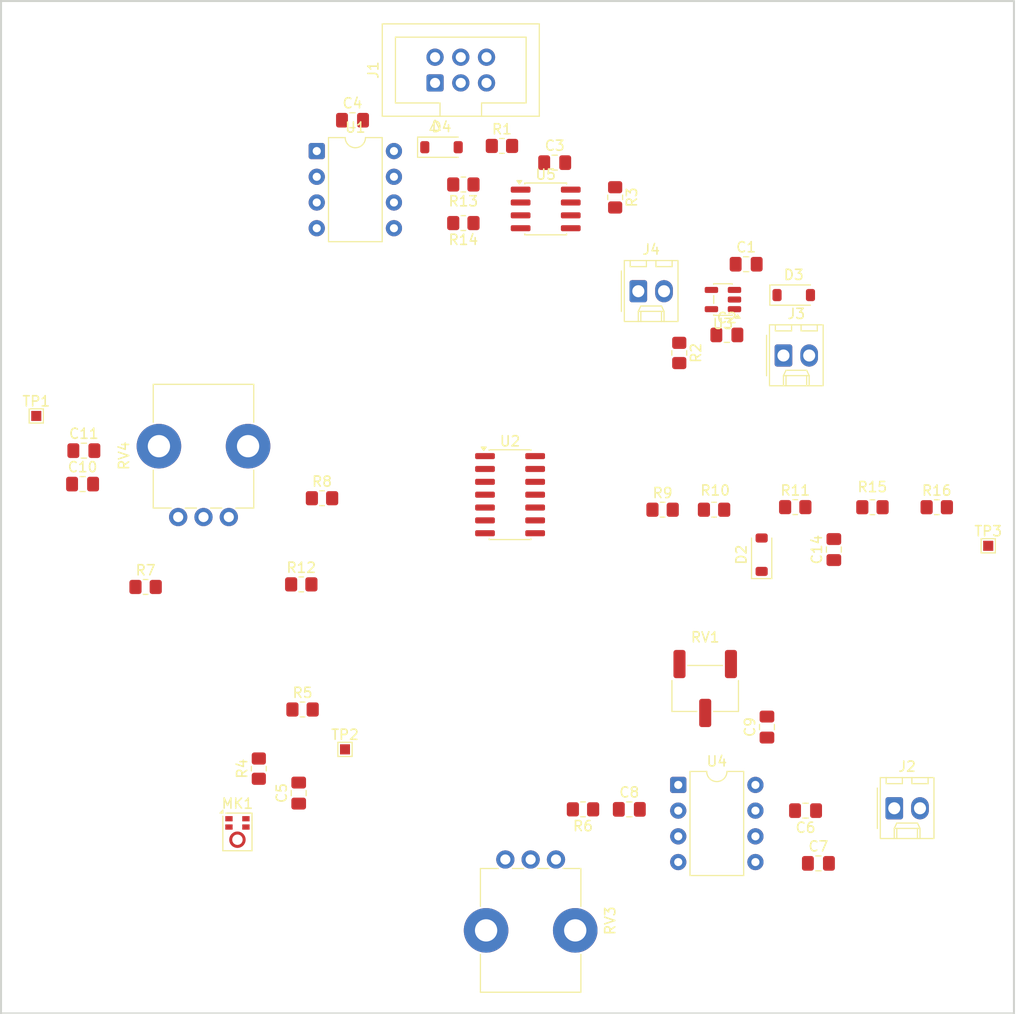
<source format=kicad_pcb>
(kicad_pcb (version 20241229) (generator "pcbnew") (generator_version "9.0")
  (layers (0 "F.Cu" signal) (2 "B.Cu" signal) (13 "F.Paste" user) (15 "B.Paste" user) (5 "F.SilkS" user "F.Silkscreen") (7 "B.SilkS" user "B.Silkscreen") (1 "F.Mask" user) (3 "B.Mask" user) (25 "Edge.Cuts" user))
  (net 0 "")
  (net 1 "GND")
  (net 2 "Net-(D3-K)")
  (net 3 "+3V3")
  (net 4 "Net-(C5-Pad2)")
  (net 5 "Net-(C5-Pad1)")
  (net 6 "Net-(U4-BYPASS)")
  (net 7 "Net-(J2-Pin_1)")
  (net 8 "Net-(C7-Pad1)")
  (net 9 "Net-(C8-Pad1)")
  (net 10 "Net-(C9-Pad2)")
  (net 11 "Net-(C9-Pad1)")
  (net 12 "Net-(U2A--)")
  (net 13 "Net-(C14-Pad1)")
  (net 14 "Net-(D2-A)")
  (net 15 "Net-(D3-A)")
  (net 16 "+5V")
  (net 17 "Net-(D4-K)")
  (net 18 "/SCK")
  (net 19 "/MISO")
  (net 20 "/RESET")
  (net 21 "/MOSI")
  (net 22 "+6V")
  (net 23 "Net-(U5-~{HOLD})")
  (net 24 "Net-(U2B--)")
  (net 25 "/Mic_out")
  (net 26 "Net-(U2A-+)")
  (net 27 "/Osci_out")
  (net 28 "Net-(R8-Pad2)")
  (net 29 "/CS_out")
  (net 30 "/CS_in")
  (net 31 "/WP_in")
  (net 32 "/WP_out")
  (net 33 "Net-(U2D--)")
  (net 34 "/Speaker_in")
  (net 35 "Net-(RV1-Pad3)")
  (net 37 "Net-(U4-+)")
  (net 43 "Net-(J4-Pin_2)")
  (footprint "Potentiometer_THT:Potentiometer_Bourns_PTV09A-1_Single_Vertical" (layer "F.Cu") (at 116.8 80.98 90)
    (property "Reference" "RV4" (at 6.05 -10.35 90) (layer "F.SilkS"))
    (property "Value" "R_Potentiometer")
    (fp_line (start 13.11 -7.46) (end 13.11 2.46) (stroke (width 0.12)) (layer "F.SilkS"))
    (fp_line (start 9.365 -7.46) (end 13.11 -7.46) (stroke (width 0.12)) (layer "F.SilkS"))
    (fp_line (start 0.89 -7.46) (end 4.635 -7.46) (stroke (width 0.12)) (layer "F.SilkS"))
    (fp_line (start 0.89 -5.696) (end 0.89 -7.46) (stroke (width 0.12)) (layer "F.SilkS"))
    (fp_line (start 0.89 -3.196) (end 0.89 -4.304) (stroke (width 0.12)) (layer "F.SilkS"))
    (fp_line (start 0.89 -0.696) (end 0.89 -1.804) (stroke (width 0.12)) (layer "F.SilkS"))
    (fp_line (start 13.11 2.46) (end 9.365 2.46) (stroke (width 0.12)) (layer "F.SilkS"))
    (fp_line (start 4.635 2.46) (end 0.89 2.46) (stroke (width 0.12)) (layer "F.SilkS"))
    (fp_line (start 0.89 2.46) (end 0.89 0.696) (stroke (width 0.12)) (layer "F.SilkS"))
    (pad "1" thru_hole circle (at 0 0 90) (size 1.8 1.8) (drill 1) (layers "*.Cu" "*.Mask") (net 12 "Net-(U2A--)"))
    (pad "2" thru_hole circle (at 0 -2.5 90) (size 1.8 1.8) (drill 1) (layers "*.Cu" "*.Mask") (net 28 "Net-(R8-Pad2)"))
    (pad "3" thru_hole circle (at 0 -5 90) (size 1.8 1.8) (drill 1) (layers "*.Cu" "*.Mask"))
    (pad "MP" thru_hole circle (at 7 -6.9 90) (size 4.4 4.4) (drill 2.2) (layers "*.Cu" "*.Mask"))
    (pad "MP" thru_hole circle (at 7 1.9 90) (size 4.4 4.4) (drill 2.2) (layers "*.Cu" "*.Mask"))
  )
  (footprint "Package_DIP:DIP-8_W7.62mm" (layer "F.Cu") (at 125.481 44.831)
    (property "Reference" "U1" (at 3.81 -2.33 0) (layer "F.SilkS"))
    (property "Value" "ATtiny85-20P")
    (fp_line (start 1.16 -1.33) (end 1.16 8.95) (stroke (width 0.12)) (layer "F.SilkS"))
    (fp_line (start 1.16 8.95) (end 6.46 8.95) (stroke (width 0.12)) (layer "F.SilkS"))
    (fp_line (start 2.81 -1.33) (end 1.16 -1.33) (stroke (width 0.12)) (layer "F.SilkS"))
    (fp_line (start 6.46 -1.33) (end 4.81 -1.33) (stroke (width 0.12)) (layer "F.SilkS"))
    (fp_line (start 6.46 8.95) (end 6.46 -1.33) (stroke (width 0.12)) (layer "F.SilkS"))
    (fp_arc (start 4.81 -1.33) (mid 3.81 -0.33) (end 2.81 -1.33) (stroke (width 0.12)) (layer "F.SilkS"))
    (pad "1" thru_hole roundrect (at 0 0) (size 1.6 1.6) (drill 0.8) (layers "*.Cu" "*.Mask") (roundrect_rratio 0.15625) (net 20 "/RESET"))
    (pad "2" thru_hole circle (at 0 2.54) (size 1.6 1.6) (drill 0.8) (layers "*.Cu" "*.Mask") (net 29 "/CS_out"))
    (pad "3" thru_hole circle (at 0 5.08) (size 1.6 1.6) (drill 0.8) (layers "*.Cu" "*.Mask") (net 32 "/WP_out"))
    (pad "4" thru_hole circle (at 0 7.62) (size 1.6 1.6) (drill 0.8) (layers "*.Cu" "*.Mask") (net 1 "GND"))
    (pad "5" thru_hole circle (at 7.62 7.62) (size 1.6 1.6) (drill 0.8) (layers "*.Cu" "*.Mask") (net 19 "/MISO"))
    (pad "6" thru_hole circle (at 7.62 5.08) (size 1.6 1.6) (drill 0.8) (layers "*.Cu" "*.Mask") (net 21 "/MOSI"))
    (pad "7" thru_hole circle (at 7.62 2.54) (size 1.6 1.6) (drill 0.8) (layers "*.Cu" "*.Mask") (net 18 "/SCK"))
    (pad "8" thru_hole circle (at 7.62 0) (size 1.6 1.6) (drill 0.8) (layers "*.Cu" "*.Mask") (net 3 "+3V3"))
  )
  (footprint "Resistor_SMD:R_0805_2012Metric_Pad1.20x1.40mm_HandSolder" (layer "F.Cu") (at 180.34 80.01)
    (property "Reference" "R15" (at -0.01 -2 0) (layer "F.SilkS"))
    (property "Value" "470")
    (fp_line (start -0.227064 -0.735) (end 0.227064 -0.735) (stroke (width 0.12)) (layer "F.SilkS"))
    (fp_line (start -0.227064 0.735) (end 0.227064 0.735) (stroke (width 0.12)) (layer "F.SilkS"))
    (pad "1" smd roundrect (at -1 0) (size 1.2 1.4) (layers "F.Cu" "F.Mask" "F.Paste") (roundrect_rratio 0.208333) (net 13 "Net-(C14-Pad1)"))
    (pad "2" smd roundrect (at 1 0) (size 1.2 1.4) (layers "F.Cu" "F.Mask" "F.Paste") (roundrect_rratio 0.208333) (net 33 "Net-(U2D--)"))
  )
  (footprint "Potentiometer_SMD:Potentiometer_Bourns_3269W_Vertical" (layer "F.Cu") (at 163.83 97.915)
    (property "Reference" "RV1" (at 0 -5.06 0) (layer "F.SilkS"))
    (property "Value" "R_Potentiometer_Trim")
    (fp_line (start -3.285 2.265) (end -3.285 -0.79) (stroke (width 0.12)) (layer "F.SilkS"))
    (fp_line (start -1.715 -2.275) (end 1.715 -2.275) (stroke (width 0.12)) (layer "F.SilkS"))
    (fp_line (start -0.825 2.265) (end -3.285 2.265) (stroke (width 0.12)) (layer "F.SilkS"))
    (fp_line (start 3.285 -0.79) (end 3.285 2.265) (stroke (width 0.12)) (layer "F.SilkS"))
    (fp_line (start 3.285 2.265) (end 0.825 2.265) (stroke (width 0.12)) (layer "F.SilkS"))
    (pad "1" smd roundrect (at 2.54 -2.415) (size 1.19 2.79) (layers "F.Cu" "F.Mask" "F.Paste") (roundrect_rratio 0.210084))
    (pad "2" smd roundrect (at 0 2.415) (size 1.19 2.79) (layers "F.Cu" "F.Mask" "F.Paste") (roundrect_rratio 0.210084) (net 10 "Net-(C9-Pad2)"))
    (pad "3" smd roundrect (at -2.54 -2.415) (size 1.19 2.79) (layers "F.Cu" "F.Mask" "F.Paste") (roundrect_rratio 0.210084) (net 35 "Net-(RV1-Pad3)"))
  )
  (footprint "Diode_SMD:D_SOD-123" (layer "F.Cu") (at 172.5715 59.055)
    (property "Reference" "D3" (at 0 -2 0) (layer "F.SilkS"))
    (property "Value" "MBR0520")
    (fp_line (start -2.36 -1) (end -2.36 1) (stroke (width 0.12)) (layer "F.SilkS"))
    (fp_line (start -2.36 -1) (end 1.65 -1) (stroke (width 0.12)) (layer "F.SilkS"))
    (fp_line (start -2.36 1) (end 1.65 1) (stroke (width 0.12)) (layer "F.SilkS"))
    (pad "1" smd roundrect (at -1.65 0) (size 0.9 1.2) (layers "F.Cu" "F.Mask" "F.Paste") (net 2 "Net-(D3-K)"))
    (pad "2" smd roundrect (at 1.65 0) (size 0.9 1.2) (layers "F.Cu" "F.Mask" "F.Paste") (net 15 "Net-(D3-A)"))
  )
  (footprint "Capacitor_SMD:C_0805_2012Metric_Pad1.18x1.45mm_HandSolder" (layer "F.Cu") (at 148.971 45.974)
    (property "Reference" "C3" (at 0 -1.68 0) (layer "F.SilkS"))
    (property "Value" "1u")
    (fp_line (start -0.261252 -0.735) (end 0.261252 -0.735) (stroke (width 0.12)) (layer "F.SilkS"))
    (fp_line (start -0.261252 0.735) (end 0.261252 0.735) (stroke (width 0.12)) (layer "F.SilkS"))
    (pad "1" smd roundrect (at -1.0375 0) (size 1.175 1.45) (layers "F.Cu" "F.Mask" "F.Paste") (roundrect_rratio 0.212766) (net 1 "GND"))
    (pad "2" smd roundrect (at 1.0375 0) (size 1.175 1.45) (layers "F.Cu" "F.Mask" "F.Paste") (roundrect_rratio 0.212766) (net 3 "+3V3"))
  )
  (footprint "Capacitor_SMD:C_0805_2012Metric_Pad1.18x1.45mm_HandSolder" (layer "F.Cu") (at 123.698 108.2425 90)
    (property "Reference" "C5" (at 0 -1.68 90) (layer "F.SilkS"))
    (property "Value" "4.7n")
    (fp_line (start -0.261252 -0.735) (end 0.261252 -0.735) (stroke (width 0.12)) (layer "F.SilkS"))
    (fp_line (start -0.261252 0.735) (end 0.261252 0.735) (stroke (width 0.12)) (layer "F.SilkS"))
    (pad "1" smd roundrect (at -1.0375 0 90) (size 1.175 1.45) (layers "F.Cu" "F.Mask" "F.Paste") (roundrect_rratio 0.212766) (net 5 "Net-(C5-Pad1)"))
    (pad "2" smd roundrect (at 1.0375 0 90) (size 1.175 1.45) (layers "F.Cu" "F.Mask" "F.Paste") (roundrect_rratio 0.212766) (net 4 "Net-(C5-Pad2)"))
  )
  (footprint "TestPoint:TestPoint_Pad_1.0x1.0mm" (layer "F.Cu") (at 191.77 83.82)
    (property "Reference" "TP3" (at 0 -1.448 0) (layer "F.SilkS"))
    (property "Value" "TestPoint")
    (fp_line (start -0.7 -0.7) (end 0.7 -0.7) (stroke (width 0.12)) (layer "F.SilkS"))
    (fp_line (start -0.7 0.7) (end -0.7 -0.7) (stroke (width 0.12)) (layer "F.SilkS"))
    (fp_line (start 0.7 -0.7) (end 0.7 0.7) (stroke (width 0.12)) (layer "F.SilkS"))
    (fp_line (start 0.7 0.7) (end -0.7 0.7) (stroke (width 0.12)) (layer "F.SilkS"))
    (pad "1" smd rect (at 0 0) (size 1 1) (layers "F.Cu" "F.Mask") (net 34 "/Speaker_in"))
  )
  (footprint "Capacitor_SMD:C_0805_2012Metric_Pad1.18x1.45mm_HandSolder" (layer "F.Cu") (at 173.736 109.978 180)
    (property "Reference" "C6" (at 0 -1.68 0) (layer "F.SilkS"))
    (property "Value" "0.1u")
    (fp_line (start -0.261252 0.735) (end 0.261252 0.735) (stroke (width 0.12)) (layer "F.SilkS"))
    (fp_line (start -0.261252 -0.735) (end 0.261252 -0.735) (stroke (width 0.12)) (layer "F.SilkS"))
    (pad "1" smd roundrect (at -1.0375 0 180) (size 1.175 1.45) (layers "F.Cu" "F.Mask" "F.Paste") (roundrect_rratio 0.212766) (net 1 "GND"))
    (pad "2" smd roundrect (at 1.0375 0 180) (size 1.175 1.45) (layers "F.Cu" "F.Mask" "F.Paste") (roundrect_rratio 0.212766) (net 6 "Net-(U4-BYPASS)"))
  )
  (footprint "Resistor_SMD:R_0805_2012Metric_Pad1.20x1.40mm_HandSolder" (layer "F.Cu") (at 119.761 105.8295 90)
    (property "Reference" "R4" (at 0 -1.65 90) (layer "F.SilkS"))
    (property "Value" "3.16k")
    (fp_line (start -0.227064 -0.735) (end 0.227064 -0.735) (stroke (width 0.12)) (layer "F.SilkS"))
    (fp_line (start -0.227064 0.735) (end 0.227064 0.735) (stroke (width 0.12)) (layer "F.SilkS"))
    (pad "1" smd roundrect (at -1 0 90) (size 1.2 1.4) (layers "F.Cu" "F.Mask" "F.Paste") (roundrect_rratio 0.208333) (net 4 "Net-(C5-Pad2)"))
    (pad "2" smd roundrect (at 1 0 90) (size 1.2 1.4) (layers "F.Cu" "F.Mask" "F.Paste") (roundrect_rratio 0.208333) (net 24 "Net-(U2B--)"))
  )
  (footprint "Connector_Molex:Molex_KK-254_AE-6410-02A_1x02_P2.54mm_Vertical" (layer "F.Cu") (at 171.5555 65.024)
    (property "Reference" "J3" (at 1.27 -4.12 0) (layer "F.SilkS"))
    (property "Value" "SWITCH")
    (fp_line (start -1.67 -2) (end -1.67 2) (stroke (width 0.12)) (layer "F.SilkS"))
    (fp_line (start -0.8 -3.03) (end -0.8 -2.43) (stroke (width 0.12)) (layer "F.SilkS"))
    (fp_line (start -0.8 -2.43) (end 0.8 -2.43) (stroke (width 0.12)) (layer "F.SilkS"))
    (fp_line (start 0 1.99) (end 0.25 1.46) (stroke (width 0.12)) (layer "F.SilkS"))
    (fp_line (start 0 1.99) (end 2.54 1.99) (stroke (width 0.12)) (layer "F.SilkS"))
    (fp_line (start 0 2.99) (end 0 1.99) (stroke (width 0.12)) (layer "F.SilkS"))
    (fp_line (start 0.25 1.46) (end 2.29 1.46) (stroke (width 0.12)) (layer "F.SilkS"))
    (fp_line (start 0.25 2.99) (end 0.25 1.99) (stroke (width 0.12)) (layer "F.SilkS"))
    (fp_line (start 0.8 -2.43) (end 0.8 -3.03) (stroke (width 0.12)) (layer "F.SilkS"))
    (fp_line (start 1.74 -3.03) (end 1.74 -2.43) (stroke (width 0.12)) (layer "F.SilkS"))
    (fp_line (start 1.74 -2.43) (end 3.34 -2.43) (stroke (width 0.12)) (layer "F.SilkS"))
    (fp_line (start 2.29 1.46) (end 2.54 1.99) (stroke (width 0.12)) (layer "F.SilkS"))
    (fp_line (start 2.29 2.99) (end 2.29 1.99) (stroke (width 0.12)) (layer "F.SilkS"))
    (fp_line (start 2.54 1.99) (end 2.54 2.99) (stroke (width 0.12)) (layer "F.SilkS"))
    (fp_line (start 3.34 -2.43) (end 3.34 -3.03) (stroke (width 0.12)) (layer "F.SilkS"))
    (fp_rect (start -1.38 -3.03) (end 3.92 2.99) (stroke (width 0.12)) (fill no) (layer "F.SilkS"))
    (pad "1" thru_hole roundrect (at 0 0) (size 1.74 2.19) (drill 1.19) (layers "*.Cu" "*.Mask") (roundrect_rratio 0.143678) (net 22 "+6V"))
    (pad "2" thru_hole oval (at 2.54 0) (size 1.74 2.19) (drill 1.19) (layers "*.Cu" "*.Mask") (net 15 "Net-(D3-A)"))
  )
  (footprint "Resistor_SMD:R_0805_2012Metric_Pad1.20x1.40mm_HandSolder" (layer "F.Cu") (at 161.2685 64.77 -90)
    (property "Reference" "R2" (at 0 -1.65 90) (layer "F.SilkS"))
    (property "Value" "330")
    (fp_line (start -0.227064 0.735) (end 0.227064 0.735) (stroke (width 0.12)) (layer "F.SilkS"))
    (fp_line (start -0.227064 -0.735) (end 0.227064 -0.735) (stroke (width 0.12)) (layer "F.SilkS"))
    (pad "1" smd roundrect (at -1 0 270) (size 1.2 1.4) (layers "F.Cu" "F.Mask" "F.Paste") (roundrect_rratio 0.208333) (net 43 "Net-(J4-Pin_2)"))
    (pad "2" smd roundrect (at 1 0 270) (size 1.2 1.4) (layers "F.Cu" "F.Mask" "F.Paste") (roundrect_rratio 0.208333) (net 1 "GND"))
  )
  (footprint "Capacitor_SMD:C_0805_2012Metric_Pad1.18x1.45mm_HandSolder" (layer "F.Cu") (at 102.362 77.724)
    (property "Reference" "C10" (at 0 -1.68 0) (layer "F.SilkS"))
    (property "Value" "22n")
    (fp_line (start -0.261252 -0.735) (end 0.261252 -0.735) (stroke (width 0.12)) (layer "F.SilkS"))
    (fp_line (start -0.261252 0.735) (end 0.261252 0.735) (stroke (width 0.12)) (layer "F.SilkS"))
    (pad "1" smd roundrect (at -1.0375 0) (size 1.175 1.45) (layers "F.Cu" "F.Mask" "F.Paste") (roundrect_rratio 0.212766) (net 3 "+3V3"))
    (pad "2" smd roundrect (at 1.0375 0) (size 1.175 1.45) (layers "F.Cu" "F.Mask" "F.Paste") (roundrect_rratio 0.212766) (net 12 "Net-(U2A--)"))
  )
  (footprint "Capacitor_SMD:C_0805_2012Metric_Pad1.18x1.45mm_HandSolder" (layer "F.Cu") (at 169.926 101.723 90)
    (property "Reference" "C9" (at 0 -1.68 90) (layer "F.SilkS"))
    (property "Value" "47n")
    (fp_line (start -0.261252 -0.735) (end 0.261252 -0.735) (stroke (width 0.12)) (layer "F.SilkS"))
    (fp_line (start -0.261252 0.735) (end 0.261252 0.735) (stroke (width 0.12)) (layer "F.SilkS"))
    (pad "1" smd roundrect (at -1.0375 0 90) (size 1.175 1.45) (layers "F.Cu" "F.Mask" "F.Paste") (roundrect_rratio 0.212766) (net 11 "Net-(C9-Pad1)"))
    (pad "2" smd roundrect (at 1.0375 0 90) (size 1.175 1.45) (layers "F.Cu" "F.Mask" "F.Paste") (roundrect_rratio 0.212766) (net 10 "Net-(C9-Pad2)"))
  )
  (footprint "Connector_Molex:Molex_KK-254_AE-6410-02A_1x02_P2.54mm_Vertical" (layer "F.Cu") (at 157.225 58.674)
    (property "Reference" "J4" (at 1.27 -4.12 0) (layer "F.SilkS"))
    (property "Value" "LED")
    (fp_line (start -1.67 -2) (end -1.67 2) (stroke (width 0.12)) (layer "F.SilkS"))
    (fp_line (start -0.8 -3.03) (end -0.8 -2.43) (stroke (width 0.12)) (layer "F.SilkS"))
    (fp_line (start -0.8 -2.43) (end 0.8 -2.43) (stroke (width 0.12)) (layer "F.SilkS"))
    (fp_line (start 0 1.99) (end 0.25 1.46) (stroke (width 0.12)) (layer "F.SilkS"))
    (fp_line (start 0 1.99) (end 2.54 1.99) (stroke (width 0.12)) (layer "F.SilkS"))
    (fp_line (start 0 2.99) (end 0 1.99) (stroke (width 0.12)) (layer "F.SilkS"))
    (fp_line (start 0.25 1.46) (end 2.29 1.46) (stroke (width 0.12)) (layer "F.SilkS"))
    (fp_line (start 0.25 2.99) (end 0.25 1.99) (stroke (width 0.12)) (layer "F.SilkS"))
    (fp_line (start 0.8 -2.43) (end 0.8 -3.03) (stroke (width 0.12)) (layer "F.SilkS"))
    (fp_line (start 1.74 -3.03) (end 1.74 -2.43) (stroke (width 0.12)) (layer "F.SilkS"))
    (fp_line (start 1.74 -2.43) (end 3.34 -2.43) (stroke (width 0.12)) (layer "F.SilkS"))
    (fp_line (start 2.29 1.46) (end 2.54 1.99) (stroke (width 0.12)) (layer "F.SilkS"))
    (fp_line (start 2.29 2.99) (end 2.29 1.99) (stroke (width 0.12)) (layer "F.SilkS"))
    (fp_line (start 2.54 1.99) (end 2.54 2.99) (stroke (width 0.12)) (layer "F.SilkS"))
    (fp_line (start 3.34 -2.43) (end 3.34 -3.03) (stroke (width 0.12)) (layer "F.SilkS"))
    (fp_rect (start -1.38 -3.03) (end 3.92 2.99) (stroke (width 0.12)) (fill no) (layer "F.SilkS"))
    (pad "1" thru_hole roundrect (at 0 0) (size 1.74 2.19) (drill 1.19) (layers "*.Cu" "*.Mask") (roundrect_rratio 0.143678) (net 3 "+3V3"))
    (pad "2" thru_hole oval (at 2.54 0) (size 1.74 2.19) (drill 1.19) (layers "*.Cu" "*.Mask") (net 43 "Net-(J4-Pin_2)"))
  )
  (footprint "Potentiometer_THT:Potentiometer_Bourns_PTV09A-1_Single_Vertical" (layer "F.Cu") (at 144.098 114.804 -90)
    (property "Reference" "RV3" (at 6.05 -10.35 90) (layer "F.SilkS"))
    (property "Value" "R_Potentiometer")
    (fp_line (start 0.89 2.46) (end 0.89 0.696) (stroke (width 0.12)) (layer "F.SilkS"))
    (fp_line (start 4.635 2.46) (end 0.89 2.46) (stroke (width 0.12)) (layer "F.SilkS"))
    (fp_line (start 13.11 2.46) (end 9.365 2.46) (stroke (width 0.12)) (layer "F.SilkS"))
    (fp_line (start 0.89 -0.696) (end 0.89 -1.804) (stroke (width 0.12)) (layer "F.SilkS"))
    (fp_line (start 0.89 -3.196) (end 0.89 -4.304) (stroke (width 0.12)) (layer "F.SilkS"))
    (fp_line (start 0.89 -5.696) (end 0.89 -7.46) (stroke (width 0.12)) (layer "F.SilkS"))
    (fp_line (start 0.89 -7.46) (end 4.635 -7.46) (stroke (width 0.12)) (layer "F.SilkS"))
    (fp_line (start 9.365 -7.46) (end 13.11 -7.46) (stroke (width 0.12)) (layer "F.SilkS"))
    (fp_line (start 13.11 -7.46) (end 13.11 2.46) (stroke (width 0.12)) (layer "F.SilkS"))
    (pad "1" thru_hole circle (at 0 0 270) (size 1.8 1.8) (drill 1) (layers "*.Cu" "*.Mask") (net 34 "/Speaker_in"))
    (pad "2" thru_hole circle (at 0 -2.5 270) (size 1.8 1.8) (drill 1) (layers "*.Cu" "*.Mask") (net 37 "Net-(U4-+)"))
    (pad "3" thru_hole circle (at 0 -5 270) (size 1.8 1.8) (drill 1) (layers "*.Cu" "*.Mask") (net 1 "GND"))
    (pad "MP" thru_hole circle (at 7 -6.9 270) (size 4.4 4.4) (drill 2.2) (layers "*.Cu" "*.Mask"))
    (pad "MP" thru_hole circle (at 7 1.9 270) (size 4.4 4.4) (drill 2.2) (layers "*.Cu" "*.Mask"))
  )
  (footprint "Resistor_SMD:R_0805_2012Metric_Pad1.20x1.40mm_HandSolder" (layer "F.Cu") (at 172.72 80)
    (property "Reference" "R11" (at 0 -1.65 0) (layer "F.SilkS"))
    (property "Value" "1k")
    (fp_line (start -0.227064 -0.735) (end 0.227064 -0.735) (stroke (width 0.12)) (layer "F.SilkS"))
    (fp_line (start -0.227064 0.735) (end 0.227064 0.735) (stroke (width 0.12)) (layer "F.SilkS"))
    (pad "1" smd roundrect (at -1 0) (size 1.2 1.4) (layers "F.Cu" "F.Mask" "F.Paste") (roundrect_rratio 0.208333) (net 14 "Net-(D2-A)"))
    (pad "2" smd roundrect (at 1 0) (size 1.2 1.4) (layers "F.Cu" "F.Mask" "F.Paste") (roundrect_rratio 0.208333) (net 13 "Net-(C14-Pad1)"))
  )
  (footprint "Sensor_Audio:Knowles_LGA-5_3.5x2.65mm" (layer "F.Cu") (at 117.65 112.0795)
    (property "Reference" "MK1" (at 0 -2.8 0) (layer "F.SilkS"))
    (property "Value" "Microphone")
    (fp_line (start -1.44 1.86) (end -1.44 -1.56) (stroke (width 0.12)) (layer "F.SilkS"))
    (fp_line (start -1.14 -1.86) (end 1.44 -1.86) (stroke (width 0.12)) (layer "F.SilkS"))
    (fp_line (start 1.44 -1.86) (end 1.44 1.86) (stroke (width 0.12)) (layer "F.SilkS"))
    (fp_line (start 1.44 1.86) (end -1.44 1.86) (stroke (width 0.12)) (layer "F.SilkS"))
    (fp_poly (pts (xy -1.44 -1.86) (xy -1.72 -1.86) (xy -1.44 -2.14) (xy -1.44 -1.86)) (stroke (width 0.12)) (fill yes) (layer "F.SilkS"))
    (pad "" np_thru_hole circle (at 0 0.77) (size 0.5 0.5) (drill 0.5) (layers "*.Cu" "*.Mask"))
    (pad "1" smd custom (at 0 1.4325) (size 0.3 0.3) (layers "F.Cu" "F.Mask") (net 1 "GND") (options (clearance outline) (anchor circle)) (primitives (gr_circle (center 0 -0.6625) (end 0.6625 -0.6625) (width 0.3) (fill no))))
    (pad "2" smd rect (at -0.8375 -1.304) (size 0.725 0.522) (layers "F.Cu" "F.Mask" "F.Paste") (net 3 "+3V3"))
    (pad "3" smd rect (at 0.8375 -1.304) (size 0.725 0.522) (layers "F.Cu" "F.Mask" "F.Paste") (net 5 "Net-(C5-Pad1)"))
    (pad "4" smd rect (at -0.8375 -0.482) (size 0.725 0.522) (layers "F.Cu" "F.Mask" "F.Paste"))
    (pad "5" smd rect (at 0.8375 -0.482) (size 0.725 0.522) (layers "F.Cu" "F.Mask" "F.Paste"))
  )
  (footprint "Capacitor_SMD:C_0805_2012Metric_Pad1.18x1.45mm_HandSolder" (layer "F.Cu") (at 129.0105 41.783)
    (property "Reference" "C4" (at 0 -1.68 0) (layer "F.SilkS"))
    (property "Value" "1u")
    (fp_line (start -0.261252 -0.735) (end 0.261252 -0.735) (stroke (width 0.12)) (layer "F.SilkS"))
    (fp_line (start -0.261252 0.735) (end 0.261252 0.735) (stroke (width 0.12)) (layer "F.SilkS"))
    (pad "1" smd roundrect (at -1.0375 0) (size 1.175 1.45) (layers "F.Cu" "F.Mask" "F.Paste") (roundrect_rratio 0.212766) (net 1 "GND"))
    (pad "2" smd roundrect (at 1.0375 0) (size 1.175 1.45) (layers "F.Cu" "F.Mask" "F.Paste") (roundrect_rratio 0.212766) (net 3 "+3V3"))
  )
  (footprint "Capacitor_SMD:C_0805_2012Metric_Pad1.18x1.45mm_HandSolder" (layer "F.Cu") (at 156.337 109.851)
    (property "Reference" "C8" (at 0 -1.68 0) (layer "F.SilkS"))
    (property "Value" "47n")
    (fp_line (start -0.261252 -0.735) (end 0.261252 -0.735) (stroke (width 0.12)) (layer "F.SilkS"))
    (fp_line (start -0.261252 0.735) (end 0.261252 0.735) (stroke (width 0.12)) (layer "F.SilkS"))
    (pad "1" smd roundrect (at -1.0375 0) (size 1.175 1.45) (layers "F.Cu" "F.Mask" "F.Paste") (roundrect_rratio 0.212766) (net 9 "Net-(C8-Pad1)"))
    (pad "2" smd roundrect (at 1.0375 0) (size 1.175 1.45) (layers "F.Cu" "F.Mask" "F.Paste") (roundrect_rratio 0.212766) (net 8 "Net-(C7-Pad1)"))
  )
  (footprint "Capacitor_SMD:C_0805_2012Metric_Pad1.18x1.45mm_HandSolder" (layer "F.Cu") (at 175.006 115.185)
    (property "Reference" "C7" (at 0 -1.68 0) (layer "F.SilkS"))
    (property "Value" "220u")
    (fp_line (start -0.261252 -0.735) (end 0.261252 -0.735) (stroke (width 0.12)) (layer "F.SilkS"))
    (fp_line (start -0.261252 0.735) (end 0.261252 0.735) (stroke (width 0.12)) (layer "F.SilkS"))
    (pad "1" smd roundrect (at -1.0375 0) (size 1.175 1.45) (layers "F.Cu" "F.Mask" "F.Paste") (roundrect_rratio 0.212766) (net 8 "Net-(C7-Pad1)"))
    (pad "2" smd roundrect (at 1.0375 0) (size 1.175 1.45) (layers "F.Cu" "F.Mask" "F.Paste") (roundrect_rratio 0.212766) (net 7 "Net-(J2-Pin_1)"))
  )
  (footprint "Resistor_SMD:R_0805_2012Metric_Pad1.20x1.40mm_HandSolder" (layer "F.Cu") (at 151.765 109.851 180)
    (property "Reference" "R6" (at 0 -1.65 0) (layer "F.SilkS"))
    (property "Value" "10")
    (fp_line (start -0.227064 0.735) (end 0.227064 0.735) (stroke (width 0.12)) (layer "F.SilkS"))
    (fp_line (start -0.227064 -0.735) (end 0.227064 -0.735) (stroke (width 0.12)) (layer "F.SilkS"))
    (pad "1" smd roundrect (at -1 0 180) (size 1.2 1.4) (layers "F.Cu" "F.Mask" "F.Paste") (roundrect_rratio 0.208333) (net 9 "Net-(C8-Pad1)"))
    (pad "2" smd roundrect (at 1 0 180) (size 1.2 1.4) (layers "F.Cu" "F.Mask" "F.Paste") (roundrect_rratio 0.208333) (net 1 "GND"))
  )
  (footprint "Resistor_SMD:R_0805_2012Metric_Pad1.20x1.40mm_HandSolder" (layer "F.Cu") (at 124.079 99.9875)
    (property "Reference" "R5" (at 0 -1.65 0) (layer "F.SilkS"))
    (property "Value" "33k")
    (fp_line (start -0.227064 -0.735) (end 0.227064 -0.735) (stroke (width 0.12)) (layer "F.SilkS"))
    (fp_line (start -0.227064 0.735) (end 0.227064 0.735) (stroke (width 0.12)) (layer "F.SilkS"))
    (pad "1" smd roundrect (at -1 0) (size 1.2 1.4) (layers "F.Cu" "F.Mask" "F.Paste") (roundrect_rratio 0.208333) (net 24 "Net-(U2B--)"))
    (pad "2" smd roundrect (at 1 0) (size 1.2 1.4) (layers "F.Cu" "F.Mask" "F.Paste") (roundrect_rratio 0.208333) (net 25 "/Mic_out"))
  )
  (footprint "Capacitor_SMD:C_0805_2012Metric_Pad1.18x1.45mm_HandSolder" (layer "F.Cu") (at 102.489 74.422)
    (property "Reference" "C11" (at 0 -1.68 0) (layer "F.SilkS"))
    (property "Value" "4.7n")
    (fp_line (start -0.261252 -0.735) (end 0.261252 -0.735) (stroke (width 0.12)) (layer "F.SilkS"))
    (fp_line (start -0.261252 0.735) (end 0.261252 0.735) (stroke (width 0.12)) (layer "F.SilkS"))
    (pad "1" smd roundrect (at -1.0375 0) (size 1.175 1.45) (layers "F.Cu" "F.Mask" "F.Paste") (roundrect_rratio 0.212766) (net 3 "+3V3"))
    (pad "2" smd roundrect (at 1.0375 0) (size 1.175 1.45) (layers "F.Cu" "F.Mask" "F.Paste") (roundrect_rratio 0.212766) (net 12 "Net-(U2A--)"))
  )
  (footprint "Resistor_SMD:R_0805_2012Metric_Pad1.20x1.40mm_HandSolder" (layer "F.Cu") (at 123.952 87.63)
    (property "Reference" "R12" (at 0 -1.65 0) (layer "F.SilkS"))
    (property "Value" "1k")
    (fp_line (start -0.227064 -0.735) (end 0.227064 -0.735) (stroke (width 0.12)) (layer "F.SilkS"))
    (fp_line (start -0.227064 0.735) (end 0.227064 0.735) (stroke (width 0.12)) (layer "F.SilkS"))
    (pad "1" smd roundrect (at -1 0) (size 1.2 1.4) (layers "F.Cu" "F.Mask" "F.Paste") (roundrect_rratio 0.208333) (net 26 "Net-(U2A-+)"))
    (pad "2" smd roundrect (at 1 0) (size 1.2 1.4) (layers "F.Cu" "F.Mask" "F.Paste") (roundrect_rratio 0.208333) (net 27 "/Osci_out"))
  )
  (footprint "Package_DIP:DIP-8_W7.62mm" (layer "F.Cu") (at 161.168 107.438)
    (property "Reference" "U4" (at 3.81 -2.33 0) (layer "F.SilkS"))
    (property "Value" "LM386")
    (fp_line (start 1.16 -1.33) (end 1.16 8.95) (stroke (width 0.12)) (layer "F.SilkS"))
    (fp_line (start 1.16 8.95) (end 6.46 8.95) (stroke (width 0.12)) (layer "F.SilkS"))
    (fp_line (start 2.81 -1.33) (end 1.16 -1.33) (stroke (width 0.12)) (layer "F.SilkS"))
    (fp_line (start 6.46 -1.33) (end 4.81 -1.33) (stroke (width 0.12)) (layer "F.SilkS"))
    (fp_line (start 6.46 8.95) (end 6.46 -1.33) (stroke (width 0.12)) (layer "F.SilkS"))
    (fp_arc (start 4.81 -1.33) (mid 3.81 -0.33) (end 2.81 -1.33) (stroke (width 0.12)) (layer "F.SilkS"))
    (pad "1" thru_hole roundrect (at 0 0) (size 1.6 1.6) (drill 0.8) (layers "*.Cu" "*.Mask") (roundrect_rratio 0.15625) (net 35 "Net-(RV1-Pad3)"))
    (pad "2" thru_hole circle (at 0 2.54) (size 1.6 1.6) (drill 0.8) (layers "*.Cu" "*.Mask") (net 1 "GND"))
    (pad "3" thru_hole circle (at 0 5.08) (size 1.6 1.6) (drill 0.8) (layers "*.Cu" "*.Mask") (net 37 "Net-(U4-+)"))
    (pad "4" thru_hole circle (at 0 7.62) (size 1.6 1.6) (drill 0.8) (layers "*.Cu" "*.Mask") (net 1 "GND"))
    (pad "5" thru_hole circle (at 7.62 7.62) (size 1.6 1.6) (drill 0.8) (layers "*.Cu" "*.Mask") (net 8 "Net-(C7-Pad1)"))
    (pad "6" thru_hole circle (at 7.62 5.08) (size 1.6 1.6) (drill 0.8) (layers "*.Cu" "*.Mask") (net 22 "+6V"))
    (pad "7" thru_hole circle (at 7.62 2.54) (size 1.6 1.6) (drill 0.8) (layers "*.Cu" "*.Mask") (net 6 "Net-(U4-BYPASS)"))
    (pad "8" thru_hole circle (at 7.62 0) (size 1.6 1.6) (drill 0.8) (layers "*.Cu" "*.Mask") (net 11 "Net-(C9-Pad1)"))
  )
  (footprint "Resistor_SMD:R_0805_2012Metric_Pad1.20x1.40mm_HandSolder" (layer "F.Cu") (at 139.954 51.943 180)
    (property "Reference" "R14" (at 0 -1.65 0) (layer "F.SilkS"))
    (property "Value" "0")
    (fp_line (start -0.227064 0.735) (end 0.227064 0.735) (stroke (width 0.12)) (layer "F.SilkS"))
    (fp_line (start -0.227064 -0.735) (end 0.227064 -0.735) (stroke (width 0.12)) (layer "F.SilkS"))
    (pad "1" smd roundrect (at -1 0 180) (size 1.2 1.4) (layers "F.Cu" "F.Mask" "F.Paste") (roundrect_rratio 0.208333) (net 31 "/WP_in"))
    (pad "2" smd roundrect (at 1 0 180) (size 1.2 1.4) (layers "F.Cu" "F.Mask" "F.Paste") (roundrect_rratio 0.208333) (net 32 "/WP_out"))
  )
  (footprint "Package_SO:SOIC-8_3.9x4.9mm_P1.27mm" (layer "F.Cu") (at 148.082 50.546)
    (property "Reference" "U5" (at 0 -3.4 0) (layer "F.SilkS"))
    (property "Value" "W25X40CLSN")
    (fp_line (start -2.06 -2.56) (end 2.06 -2.56) (stroke (width 0.12)) (layer "F.SilkS"))
    (fp_line (start -2.06 -2.465) (end -2.06 -2.56) (stroke (width 0.12)) (layer "F.SilkS"))
    (fp_line (start -2.06 2.56) (end -2.06 2.465) (stroke (width 0.12)) (layer "F.SilkS"))
    (fp_line (start 2.06 -2.56) (end 2.06 -2.465) (stroke (width 0.12)) (layer "F.SilkS"))
    (fp_line (start 2.06 2.465) (end 2.06 2.56) (stroke (width 0.12)) (layer "F.SilkS"))
    (fp_line (start 2.06 2.56) (end -2.06 2.56) (stroke (width 0.12)) (layer "F.SilkS"))
    (fp_poly (pts (xy -2.6 -2.47) (xy -2.84 -2.8) (xy -2.36 -2.8)) (stroke (width 0.12)) (fill yes) (layer "F.SilkS"))
    (pad "1" smd roundrect (at -2.475 -1.905) (size 1.95 0.6) (layers "F.Cu" "F.Mask" "F.Paste") (net 30 "/CS_in"))
    (pad "2" smd roundrect (at -2.475 -0.635) (size 1.95 0.6) (layers "F.Cu" "F.Mask" "F.Paste") (net 19 "/MISO"))
    (pad "3" smd roundrect (at -2.475 0.635) (size 1.95 0.6) (layers "F.Cu" "F.Mask" "F.Paste") (net 31 "/WP_in"))
    (pad "4" smd roundrect (at -2.475 1.905) (size 1.95 0.6) (layers "F.Cu" "F.Mask" "F.Paste") (net 1 "GND"))
    (pad "5" smd roundrect (at 2.475 1.905) (size 1.95 0.6) (layers "F.Cu" "F.Mask" "F.Paste") (net 21 "/MOSI"))
    (pad "6" smd roundrect (at 2.475 0.635) (size 1.95 0.6) (layers "F.Cu" "F.Mask" "F.Paste") (net 18 "/SCK"))
    (pad "7" smd roundrect (at 2.475 -0.635) (size 1.95 0.6) (layers "F.Cu" "F.Mask" "F.Paste") (net 23 "Net-(U5-~{HOLD})"))
    (pad "8" smd roundrect (at 2.475 -1.905) (size 1.95 0.6) (layers "F.Cu" "F.Mask" "F.Paste") (net 3 "+3V3"))
  )
  (footprint "Capacitor_SMD:C_0805_2012Metric_Pad1.18x1.45mm_HandSolder" (layer "F.Cu") (at 165.9675 62.992)
    (property "Reference" "C2" (at 0 -1.68 0) (layer "F.SilkS"))
    (property "Value" "1u")
    (fp_line (start -0.261252 -0.735) (end 0.261252 -0.735) (stroke (width 0.12)) (layer "F.SilkS"))
    (fp_line (start -0.261252 0.735) (end 0.261252 0.735) (stroke (width 0.12)) (layer "F.SilkS"))
    (pad "1" smd roundrect (at -1.0375 0) (size 1.175 1.45) (layers "F.Cu" "F.Mask" "F.Paste") (roundrect_rratio 0.212766) (net 3 "+3V3"))
    (pad "2" smd roundrect (at 1.0375 0) (size 1.175 1.45) (layers "F.Cu" "F.Mask" "F.Paste") (roundrect_rratio 0.212766) (net 1 "GND"))
  )
  (footprint "Resistor_SMD:R_0805_2012Metric_Pad1.20x1.40mm_HandSolder" (layer "F.Cu") (at 154.94 49.403 -90)
    (property "Reference" "R3" (at 0 -1.65 90) (layer "F.SilkS"))
    (property "Value" "10k")
    (fp_line (start -0.227064 0.735) (end 0.227064 0.735) (stroke (width 0.12)) (layer "F.SilkS"))
    (fp_line (start -0.227064 -0.735) (end 0.227064 -0.735) (stroke (width 0.12)) (layer "F.SilkS"))
    (pad "1" smd roundrect (at -1 0 270) (size 1.2 1.4) (layers "F.Cu" "F.Mask" "F.Paste") (roundrect_rratio 0.208333) (net 3 "+3V3"))
    (pad "2" smd roundrect (at 1 0 270) (size 1.2 1.4) (layers "F.Cu" "F.Mask" "F.Paste") (roundrect_rratio 0.208333) (net 23 "Net-(U5-~{HOLD})"))
  )
  (footprint "Package_TO_SOT_SMD:SOT-23-5" (layer "F.Cu") (at 165.581 59.497 180)
    (property "Reference" "U3" (at 0 -2.4 0) (layer "F.SilkS"))
    (property "Value" "AP2112K-3.3")
    (fp_line (start 0.91 1.56) (end -0.91 1.56) (stroke (width 0.12)) (layer "F.SilkS"))
    (fp_line (start 0.91 1.51) (end 0.91 1.56) (stroke (width 0.12)) (layer "F.SilkS"))
    (fp_line (start 0.91 -0.39) (end 0.91 0.39) (stroke (width 0.12)) (layer "F.SilkS"))
    (fp_line (start 0.91 -1.56) (end 0.91 -1.51) (stroke (width 0.12)) (layer "F.SilkS"))
    (fp_line (start -0.91 1.56) (end -0.91 1.51) (stroke (width 0.12)) (layer "F.SilkS"))
    (fp_line (start -0.91 -1.51) (end -0.91 -1.56) (stroke (width 0.12)) (layer "F.SilkS"))
    (fp_line (start -0.91 -1.56) (end 0.91 -1.56) (stroke (width 0.12)) (layer "F.SilkS"))
    (fp_poly (pts (xy -1.45 -1.51) (xy -1.69 -1.84) (xy -1.21 -1.84)) (stroke (width 0.12)) (fill yes) (layer "F.SilkS"))
    (pad "1" smd roundrect (at -1.1375 -0.95 180) (size 1.325 0.6) (layers "F.Cu" "F.Mask" "F.Paste") (net 2 "Net-(D3-K)"))
    (pad "2" smd roundrect (at -1.1375 0 180) (size 1.325 0.6) (layers "F.Cu" "F.Mask" "F.Paste") (net 1 "GND"))
    (pad "3" smd roundrect (at -1.1375 0.95 180) (size 1.325 0.6) (layers "F.Cu" "F.Mask" "F.Paste") (net 2 "Net-(D3-K)"))
    (pad "4" smd roundrect (at 1.1375 0.95 180) (size 1.325 0.6) (layers "F.Cu" "F.Mask" "F.Paste"))
    (pad "5" smd roundrect (at 1.1375 -0.95 180) (size 1.325 0.6) (layers "F.Cu" "F.Mask" "F.Paste") (net 3 "+3V3"))
  )
  (footprint "Resistor_SMD:R_0805_2012Metric_Pad1.20x1.40mm_HandSolder" (layer "F.Cu") (at 108.585 87.884)
    (property "Reference" "R7" (at 0 -1.65 0) (layer "F.SilkS"))
    (property "Value" "1k")
    (fp_line (start -0.227064 -0.735) (end 0.227064 -0.735) (stroke (width 0.12)) (layer "F.SilkS"))
    (fp_line (start -0.227064 0.735) (end 0.227064 0.735) (stroke (width 0.12)) (layer "F.SilkS"))
    (pad "1" smd roundrect (at -1 0) (size 1.2 1.4) (layers "F.Cu" "F.Mask" "F.Paste") (roundrect_rratio 0.208333) (net 3 "+3V3"))
    (pad "2" smd roundrect (at 1 0) (size 1.2 1.4) (layers "F.Cu" "F.Mask" "F.Paste") (roundrect_rratio 0.208333) (net 26 "Net-(U2A-+)"))
  )
  (footprint "Capacitor_SMD:C_0805_2012Metric_Pad1.18x1.45mm_HandSolder" (layer "F.Cu") (at 167.8725 56.007)
    (property "Reference" "C1" (at 0 -1.68 0) (layer "F.SilkS"))
    (property "Value" "1u")
    (fp_line (start -0.261252 -0.735) (end 0.261252 -0.735) (stroke (width 0.12)) (layer "F.SilkS"))
    (fp_line (start -0.261252 0.735) (end 0.261252 0.735) (stroke (width 0.12)) (layer "F.SilkS"))
    (pad "1" smd roundrect (at -1.0375 0) (size 1.175 1.45) (layers "F.Cu" "F.Mask" "F.Paste") (roundrect_rratio 0.212766) (net 2 "Net-(D3-K)"))
    (pad "2" smd roundrect (at 1.0375 0) (size 1.175 1.45) (layers "F.Cu" "F.Mask" "F.Paste") (roundrect_rratio 0.212766) (net 1 "GND"))
  )
  (footprint "Package_SO:SOIC-14_3.9x8.7mm_P1.27mm" (layer "F.Cu") (at 144.565 78.77)
    (property "Reference" "U2" (at 0 -5.28 0) (layer "F.SilkS"))
    (property "Value" "TLV9054xD")
    (fp_line (start -2.06 -4.435) (end 2.06 -4.435) (stroke (width 0.12)) (layer "F.SilkS"))
    (fp_line (start -2.06 -4.37) (end -2.06 -4.435) (stroke (width 0.12)) (layer "F.SilkS"))
    (fp_line (start -2.06 4.435) (end -2.06 4.37) (stroke (width 0.12)) (layer "F.SilkS"))
    (fp_line (start 2.06 -4.435) (end 2.06 -4.37) (stroke (width 0.12)) (layer "F.SilkS"))
    (fp_line (start 2.06 4.37) (end 2.06 4.435) (stroke (width 0.12)) (layer "F.SilkS"))
    (fp_line (start 2.06 4.435) (end -2.06 4.435) (stroke (width 0.12)) (layer "F.SilkS"))
    (fp_poly (pts (xy -2.6 -4.37) (xy -2.84 -4.7) (xy -2.36 -4.7)) (stroke (width 0.12)) (fill yes) (layer "F.SilkS"))
    (pad "1" smd roundrect (at -2.475 -3.81) (size 1.95 0.6) (layers "F.Cu" "F.Mask" "F.Paste") (net 27 "/Osci_out"))
    (pad "2" smd roundrect (at -2.475 -2.54) (size 1.95 0.6) (layers "F.Cu" "F.Mask" "F.Paste") (net 12 "Net-(U2A--)"))
    (pad "3" smd roundrect (at -2.475 -1.27) (size 1.95 0.6) (layers "F.Cu" "F.Mask" "F.Paste") (net 26 "Net-(U2A-+)"))
    (pad "4" smd roundrect (at -2.475 0) (size 1.95 0.6) (layers "F.Cu" "F.Mask" "F.Paste") (net 22 "+6V"))
    (pad "5" smd roundrect (at -2.475 1.27) (size 1.95 0.6) (layers "F.Cu" "F.Mask" "F.Paste") (net 3 "+3V3"))
    (pad "6" smd roundrect (at -2.475 2.54) (size 1.95 0.6) (layers "F.Cu" "F.Mask" "F.Paste") (net 24 "Net-(U2B--)"))
    (pad "7" smd roundrect (at -2.475 3.81) (size 1.95 0.6) (layers "F.Cu" "F.Mask" "F.Paste") (net 25 "/Mic_out"))
    (pad "8" smd roundrect (at 2.475 3.81) (size 1.95 0.6) (layers "F.Cu" "F.Mask" "F.Paste"))
    (pad "9" smd roundrect (at 2.475 2.54) (size 1.95 0.6) (layers "F.Cu" "F.Mask" "F.Paste"))
    (pad "10" smd roundrect (at 2.475 1.27) (size 1.95 0.6) (layers "F.Cu" "F.Mask" "F.Paste"))
    (pad "11" smd roundrect (at 2.475 0) (size 1.95 0.6) (layers "F.Cu" "F.Mask" "F.Paste") (net 1 "GND"))
    (pad "12" smd roundrect (at 2.475 -1.27) (size 1.95 0.6) (layers "F.Cu" "F.Mask" "F.Paste") (net 3 "+3V3"))
    (pad "13" smd roundrect (at 2.475 -2.54) (size 1.95 0.6) (layers "F.Cu" "F.Mask" "F.Paste") (net 33 "Net-(U2D--)"))
    (pad "14" smd roundrect (at 2.475 -3.81) (size 1.95 0.6) (layers "F.Cu" "F.Mask" "F.Paste") (net 34 "/Speaker_in"))
  )
  (footprint "Resistor_SMD:R_0805_2012Metric_Pad1.20x1.40mm_HandSolder" (layer "F.Cu") (at 186.69 80.01)
    (property "Reference" "R16" (at 0 -1.65 0) (layer "F.SilkS"))
    (property "Value" "10k")
    (fp_line (start -0.227064 -0.735) (end 0.227064 -0.735) (stroke (width 0.12)) (layer "F.SilkS"))
    (fp_line (start -0.227064 0.735) (end 0.227064 0.735) (stroke (width 0.12)) (layer "F.SilkS"))
    (pad "1" smd roundrect (at -1 0) (size 1.2 1.4) (layers "F.Cu" "F.Mask" "F.Paste") (roundrect_rratio 0.208333) (net 33 "Net-(U2D--)"))
    (pad "2" smd roundrect (at 1 0) (size 1.2 1.4) (layers "F.Cu" "F.Mask" "F.Paste") (roundrect_rratio 0.208333) (net 34 "/Speaker_in"))
  )
  (footprint "TestPoint:TestPoint_Pad_1.0x1.0mm" (layer "F.Cu") (at 128.27 103.9245)
    (property "Reference" "TP2" (at 0 -1.448 0) (layer "F.SilkS"))
    (property "Value" "TestPoint")
    (fp_line (start -0.7 -0.7) (end 0.7 -0.7) (stroke (width 0.12)) (layer "F.SilkS"))
    (fp_line (start -0.7 0.7) (end -0.7 -0.7) (stroke (width 0.12)) (layer "F.SilkS"))
    (fp_line (start 0.7 -0.7) (end 0.7 0.7) (stroke (width 0.12)) (layer "F.SilkS"))
    (fp_line (start 0.7 0.7) (end -0.7 0.7) (stroke (width 0.12)) (layer "F.SilkS"))
    (pad "1" smd rect (at 0 0) (size 1 1) (layers "F.Cu" "F.Mask") (net 25 "/Mic_out"))
  )
  (footprint "Resistor_SMD:R_0805_2012Metric_Pad1.20x1.40mm_HandSolder" (layer "F.Cu") (at 139.954 48.133 180)
    (property "Reference" "R13" (at 0 -1.65 0) (layer "F.SilkS"))
    (property "Value" "0")
    (fp_line (start -0.227064 0.735) (end 0.227064 0.735) (stroke (width 0.12)) (layer "F.SilkS"))
    (fp_line (start -0.227064 -0.735) (end 0.227064 -0.735) (stroke (width 0.12)) (layer "F.SilkS"))
    (pad "1" smd roundrect (at -1 0 180) (size 1.2 1.4) (layers "F.Cu" "F.Mask" "F.Paste") (roundrect_rratio 0.208333) (net 30 "/CS_in"))
    (pad "2" smd roundrect (at 1 0 180) (size 1.2 1.4) (layers "F.Cu" "F.Mask" "F.Paste") (roundrect_rratio 0.208333) (net 29 "/CS_out"))
  )
  (footprint "Diode_SMD:D_SOD-123" (layer "F.Cu") (at 169.402 84.699 90)
    (property "Reference" "D2" (at 0 -2 90) (layer "F.SilkS"))
    (property "Value" "MBR0520")
    (fp_line (start -2.36 -1) (end 1.65 -1) (stroke (width 0.12)) (layer "F.SilkS"))
    (fp_line (start -2.36 -1) (end -2.36 1) (stroke (width 0.12)) (layer "F.SilkS"))
    (fp_line (start -2.36 1) (end 1.65 1) (stroke (width 0.12)) (layer "F.SilkS"))
    (pad "1" smd roundrect (at -1.65 0 90) (size 0.9 1.2) (layers "F.Cu" "F.Mask" "F.Paste") (net 3 "+3V3"))
    (pad "2" smd roundrect (at 1.65 0 90) (size 0.9 1.2) (layers "F.Cu" "F.Mask" "F.Paste") (net 14 "Net-(D2-A)"))
  )
  (footprint "Connector_Molex:Molex_KK-254_AE-6410-02A_1x02_P2.54mm_Vertical" (layer "F.Cu") (at 182.494 109.744)
    (property "Reference" "J2" (at 1.27 -4.12 0) (layer "F.SilkS"))
    (property "Value" "Speaker")
    (fp_line (start -1.67 -2) (end -1.67 2) (stroke (width 0.12)) (layer "F.SilkS"))
    (fp_line (start -0.8 -3.03) (end -0.8 -2.43) (stroke (width 0.12)) (layer "F.SilkS"))
    (fp_line (start -0.8 -2.43) (end 0.8 -2.43) (stroke (width 0.12)) (layer "F.SilkS"))
    (fp_line (start 0 1.99) (end 0.25 1.46) (stroke (width 0.12)) (layer "F.SilkS"))
    (fp_line (start 0 1.99) (end 2.54 1.99) (stroke (width 0.12)) (layer "F.SilkS"))
    (fp_line (start 0 2.99) (end 0 1.99) (stroke (width 0.12)) (layer "F.SilkS"))
    (fp_line (start 0.25 1.46) (end 2.29 1.46) (stroke (width 0.12)) (layer "F.SilkS"))
    (fp_line (start 0.25 2.99) (end 0.25 1.99) (stroke (width 0.12)) (layer "F.SilkS"))
    (fp_line (start 0.8 -2.43) (end 0.8 -3.03) (stroke (width 0.12)) (layer "F.SilkS"))
    (fp_line (start 1.74 -3.03) (end 1.74 -2.43) (stroke (width 0.12)) (layer "F.SilkS"))
    (fp_line (start 1.74 -2.43) (end 3.34 -2.43) (stroke (width 0.12)) (layer "F.SilkS"))
    (fp_line (start 2.29 1.46) (end 2.54 1.99) (stroke (width 0.12)) (layer "F.SilkS"))
    (fp_line (start 2.29 2.99) (end 2.29 1.99) (stroke (width 0.12)) (layer "F.SilkS"))
    (fp_line (start 2.54 1.99) (end 2.54 2.99) (stroke (width 0.12)) (layer "F.SilkS"))
    (fp_line (start 3.34 -2.43) (end 3.34 -3.03) (stroke (width 0.12)) (layer "F.SilkS"))
    (fp_rect (start -1.38 -3.03) (end 3.92 2.99) (stroke (width 0.12)) (fill no) (layer "F.SilkS"))
    (pad "1" thru_hole roundrect (at 0 0) (size 1.74 2.19) (drill 1.19) (layers "*.Cu" "*.Mask") (roundrect_rratio 0.143678) (net 7 "Net-(J2-Pin_1)"))
    (pad "2" thru_hole oval (at 2.54 0) (size 1.74 2.19) (drill 1.19) (layers "*.Cu" "*.Mask") (net 1 "GND"))
  )
  (footprint "Resistor_SMD:R_0805_2012Metric_Pad1.20x1.40mm_HandSolder" (layer "F.Cu") (at 126 79.121)
    (property "Reference" "R8" (at 0 -1.65 0) (layer "F.SilkS"))
    (property "Value" "100")
    (fp_line (start -0.227064 -0.735) (end 0.227064 -0.735) (stroke (width 0.12)) (layer "F.SilkS"))
    (fp_line (start -0.227064 0.735) (end 0.227064 0.735) (stroke (width 0.12)) (layer "F.SilkS"))
    (pad "1" smd roundrect (at -1 0) (size 1.2 1.4) (layers "F.Cu" "F.Mask" "F.Paste") (roundrect_rratio 0.208333) (net 27 "/Osci_out"))
    (pad "2" smd roundrect (at 1 0) (size 1.2 1.4) (layers "F.Cu" "F.Mask" "F.Paste") (roundrect_rratio 0.208333) (net 28 "Net-(R8-Pad2)"))
  )
  (footprint "TestPoint:TestPoint_Pad_1.0x1.0mm" (layer "F.Cu") (at 97.79 70.993)
    (property "Reference" "TP1" (at 0 -1.448 0) (layer "F.SilkS"))
    (property "Value" "TestPoint")
    (fp_line (start -0.7 -0.7) (end 0.7 -0.7) (stroke (width 0.12)) (layer "F.SilkS"))
    (fp_line (start -0.7 0.7) (end -0.7 -0.7) (stroke (width 0.12)) (layer "F.SilkS"))
    (fp_line (start 0.7 -0.7) (end 0.7 0.7) (stroke (width 0.12)) (layer "F.SilkS"))
    (fp_line (start 0.7 0.7) (end -0.7 0.7) (stroke (width 0.12)) (layer "F.SilkS"))
    (pad "1" smd rect (at 0 0) (size 1 1) (layers "F.Cu" "F.Mask") (net 27 "/Osci_out"))
  )
  (footprint "Resistor_SMD:R_0805_2012Metric_Pad1.20x1.40mm_HandSolder" (layer "F.Cu") (at 159.623 80.254)
    (property "Reference" "R9" (at 0 -1.65 0) (layer "F.SilkS"))
    (property "Value" "1k")
    (fp_line (start -0.227064 -0.735) (end 0.227064 -0.735) (stroke (width 0.12)) (layer "F.SilkS"))
    (fp_line (start -0.227064 0.735) (end 0.227064 0.735) (stroke (width 0.12)) (layer "F.SilkS"))
    (pad "1" smd roundrect (at -1 0) (size 1.2 1.4) (layers "F.Cu" "F.Mask" "F.Paste") (roundrect_rratio 0.208333) (net 25 "/Mic_out"))
    (pad "2" smd roundrect (at 1 0) (size 1.2 1.4) (layers "F.Cu" "F.Mask" "F.Paste") (roundrect_rratio 0.208333) (net 14 "Net-(D2-A)"))
  )
  (footprint "Capacitor_SMD:C_0805_2012Metric_Pad1.18x1.45mm_HandSolder" (layer "F.Cu") (at 176.53 84.191 90)
    (property "Reference" "C14" (at 0 -1.68 90) (layer "F.SilkS"))
    (property "Value" "1u")
    (fp_line (start -0.261252 -0.735) (end 0.261252 -0.735) (stroke (width 0.12)) (layer "F.SilkS"))
    (fp_line (start -0.261252 0.735) (end 0.261252 0.735) (stroke (width 0.12)) (layer "F.SilkS"))
    (pad "1" smd roundrect (at -1.0375 0 90) (size 1.175 1.45) (layers "F.Cu" "F.Mask" "F.Paste") (roundrect_rratio 0.212766) (net 13 "Net-(C14-Pad1)"))
    (pad "2" smd roundrect (at 1.0375 0 90) (size 1.175 1.45) (layers "F.Cu" "F.Mask" "F.Paste") (roundrect_rratio 0.212766) (net 3 "+3V3"))
  )
  (footprint "Resistor_SMD:R_0805_2012Metric_Pad1.20x1.40mm_HandSolder" (layer "F.Cu") (at 143.764 44.323)
    (property "Reference" "R1" (at 0 -1.65 0) (layer "F.SilkS"))
    (property "Value" "10k")
    (fp_line (start -0.227064 -0.735) (end 0.227064 -0.735) (stroke (width 0.12)) (layer "F.SilkS"))
    (fp_line (start -0.227064 0.735) (end 0.227064 0.735) (stroke (width 0.12)) (layer "F.SilkS"))
    (pad "1" smd roundrect (at -1 0) (size 1.2 1.4) (layers "F.Cu" "F.Mask" "F.Paste") (roundrect_rratio 0.208333) (net 16 "+5V"))
    (pad "2" smd roundrect (at 1 0) (size 1.2 1.4) (layers "F.Cu" "F.Mask" "F.Paste") (roundrect_rratio 0.208333) (net 20 "/RESET"))
  )
  (footprint "Connector_IDC:IDC-Header_2x03_P2.54mm_Vertical" (layer "F.Cu") (at 137.16 38.1 90)
    (property "Reference" "J1" (at 1.27 -6.1 90) (layer "F.SilkS"))
    (property "Value" "AVR-ISP-6")
    (fp_line (start 5.83 -5.21) (end 5.83 10.29) (stroke (width 0.12)) (layer "F.SilkS"))
    (fp_line (start -3.29 -5.21) (end 5.83 -5.21) (stroke (width 0.12)) (layer "F.SilkS"))
    (fp_line (start 4.52 -3.91) (end 4.52 8.99) (stroke (width 0.12)) (layer "F.SilkS"))
    (fp_line (start -1.98 -3.91) (end 4.52 -3.91) (stroke (width 0.12)) (layer "F.SilkS"))
    (fp_line (start -4.68 -0.5) (end -4.68 0.5) (stroke (width 0.12)) (layer "F.SilkS"))
    (fp_line (start -3.68 0) (end -4.68 -0.5) (stroke (width 0.12)) (layer "F.SilkS"))
    (fp_line (start -1.98 0.49) (end -1.98 -3.91) (stroke (width 0.12)) (layer "F.SilkS"))
    (fp_line (start -3.29 0.49) (end -1.98 0.49) (stroke (width 0.12)) (layer "F.SilkS"))
    (fp_line (start -4.68 0.5) (end -3.68 0) (stroke (width 0.12)) (layer "F.SilkS"))
    (fp_line (start -1.98 4.59) (end -3.29 4.59) (stroke (width 0.12)) (layer "F.SilkS"))
    (fp_line (start 4.52 8.99) (end -1.98 8.99) (stroke (width 0.12)) (layer "F.SilkS"))
    (fp_line (start -1.98 8.99) (end -1.98 4.59) (stroke (width 0.12)) (layer "F.SilkS"))
    (fp_line (start 5.83 10.29) (end -3.29 10.29) (stroke (width 0.12)) (layer "F.SilkS"))
    (fp_line (start -3.29 10.29) (end -3.29 -5.21) (stroke (width 0.12)) (layer "F.SilkS"))
    (pad "1" thru_hole roundrect (at 0 0 90) (size 1.7 1.7) (drill 1) (layers "*.Cu" "*.Mask") (roundrect_rratio 0.147059) (net 19 "/MISO"))
    (pad "2" thru_hole circle (at 2.54 0 90) (size 1.7 1.7) (drill 1) (layers "*.Cu" "*.Mask") (net 17 "Net-(D4-K)"))
    (pad "3" thru_hole circle (at 0 2.54 90) (size 1.7 1.7) (drill 1) (layers "*.Cu" "*.Mask") (net 18 "/SCK"))
    (pad "4" thru_hole circle (at 2.54 2.54 90) (size 1.7 1.7) (drill 1) (layers "*.Cu" "*.Mask") (net 21 "/MOSI"))
    (pad "5" thru_hole circle (at 0 5.08 90) (size 1.7 1.7) (drill 1) (layers "*.Cu" "*.Mask") (net 20 "/RESET"))
    (pad "6" thru_hole circle (at 2.54 5.08 90) (size 1.7 1.7) (drill 1) (layers "*.Cu" "*.Mask") (net 1 "GND"))
  )
  (footprint "Resistor_SMD:R_0805_2012Metric_Pad1.20x1.40mm_HandSolder" (layer "F.Cu") (at 164.703 80.254)
    (property "Reference" "R10" (at 0.111 -1.905 0) (layer "F.SilkS"))
    (property "Value" "1k")
    (fp_line (start -0.227064 -0.735) (end 0.227064 -0.735) (stroke (width 0.12)) (layer "F.SilkS"))
    (fp_line (start -0.227064 0.735) (end 0.227064 0.735) (stroke (width 0.12)) (layer "F.SilkS"))
    (pad "1" smd roundrect (at -1 0) (size 1.2 1.4) (layers "F.Cu" "F.Mask" "F.Paste") (roundrect_rratio 0.208333) (net 27 "/Osci_out"))
    (pad "2" smd roundrect (at 1 0) (size 1.2 1.4) (layers "F.Cu" "F.Mask" "F.Paste") (roundrect_rratio 0.208333) (net 14 "Net-(D2-A)"))
  )
  (footprint "Diode_SMD:D_SOD-123" (layer "F.Cu") (at 137.795 44.45)
    (property "Reference" "D4" (at 0 -2 0) (layer "F.SilkS"))
    (property "Value" "MBR0520")
    (fp_line (start -2.36 -1) (end -2.36 1) (stroke (width 0.12)) (layer "F.SilkS"))
    (fp_line (start -2.36 -1) (end 1.65 -1) (stroke (width 0.12)) (layer "F.SilkS"))
    (fp_line (start -2.36 1) (end 1.65 1) (stroke (width 0.12)) (layer "F.SilkS"))
    (pad "1" smd roundrect (at -1.65 0) (size 0.9 1.2) (layers "F.Cu" "F.Mask" "F.Paste") (net 17 "Net-(D4-K)"))
    (pad "2" smd roundrect (at 1.65 0) (size 0.9 1.2) (layers "F.Cu" "F.Mask" "F.Paste") (net 16 "+5V"))
  )
  (gr_rect (start 94.31 30.01) (end 194.31 130.01) (stroke (width 0.2)) (fill no) (layer "Edge.Cuts"))
)
</source>
